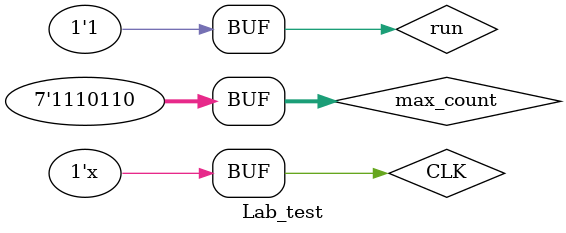
<source format=v>
module Lab_test;
	reg [6:0] max_count;		//inputs
	reg CLK;						
	reg run;
	wire [3:0] digit1;		//outputs
	wire [3:0] digit2;
	
	Lab3 uut (
		.max_count(max_count), 
		.CLK(CLK),
		.run(run),  
		.digit1(digit1), 
		.digit2(digit2)
	);
	
	always begin
		CLK = ~CLK;
		#1;
	end

	initial begin
		CLK = 0;
		run = 0;
		max_count = 0;
		
		#100;		// Set MAX to 73 while run=0 
		max_count = 73;		
		
		#10;		// Wait, then set run to 1
		run = 1;					
		
		#150;		// Change MAX while run is 1 - should NOT affect the output;		
		max_count = 15;
		
		#850;		// At this time, the output should be 73. 
		run = 0;	// Reset it to zero and give it the new max by setting run to 0
		
		#20		// Count up to 15 by setting run to 1		
		run = 1;
		
		#50;		// Change max count to > 99		
		max_count = 118;
				
		#500		// Set run to 0
		run=0;
		
		#20		// Set run to 1
		run=1;
		// Should count to 99 and stop
		// *** NOTE*** You will need to simulate 3us to see the entire waveform
	end
endmodule

</source>
